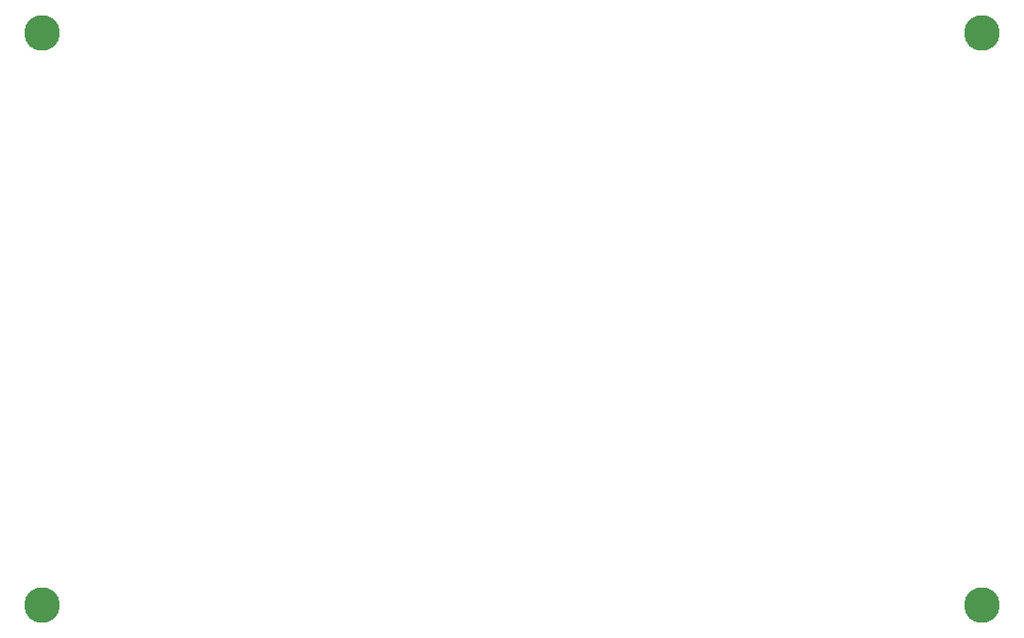
<source format=gbr>
G04 #@! TF.GenerationSoftware,KiCad,Pcbnew,(6.0.0)*
G04 #@! TF.CreationDate,2022-12-26T18:15:41+03:00*
G04 #@! TF.ProjectId,top,746f702e-6b69-4636-9164-5f7063625858,rev?*
G04 #@! TF.SameCoordinates,Original*
G04 #@! TF.FileFunction,Soldermask,Top*
G04 #@! TF.FilePolarity,Negative*
%FSLAX46Y46*%
G04 Gerber Fmt 4.6, Leading zero omitted, Abs format (unit mm)*
G04 Created by KiCad (PCBNEW (6.0.0)) date 2022-12-26 18:15:41*
%MOMM*%
%LPD*%
G01*
G04 APERTURE LIST*
%ADD10C,3.302000*%
G04 APERTURE END LIST*
D10*
X103000000Y-68000000D03*
X190000000Y-68000000D03*
X190000000Y-121000000D03*
X103000000Y-121000000D03*
M02*

</source>
